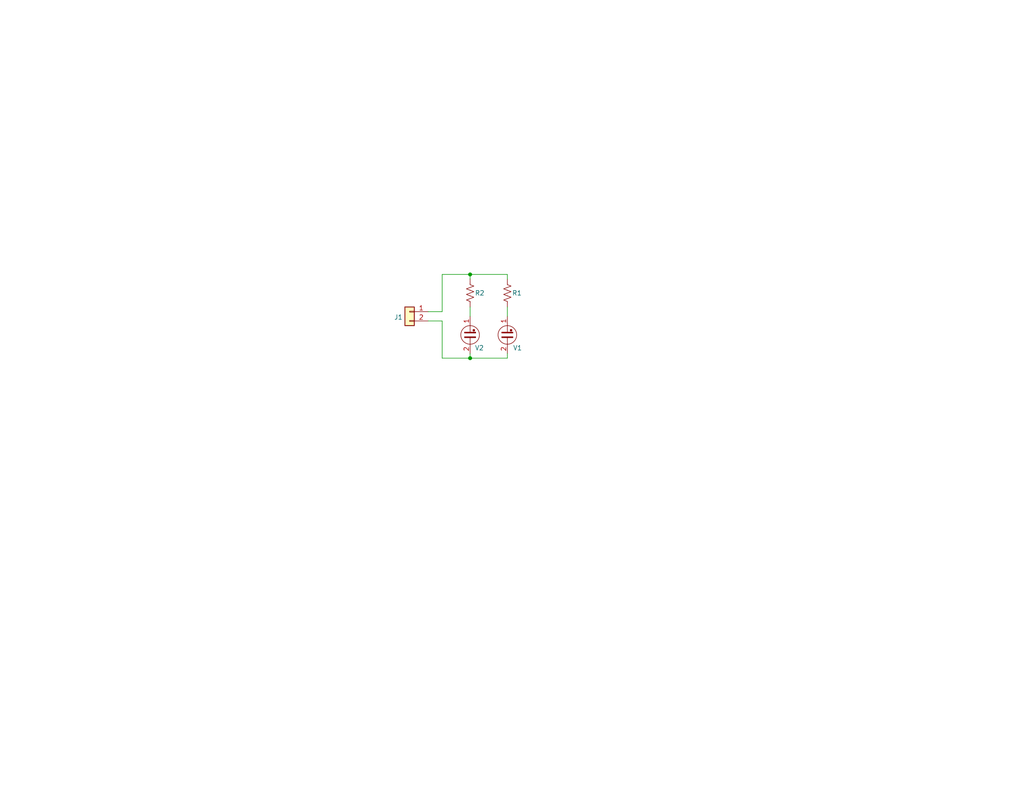
<source format=kicad_sch>
(kicad_sch (version 20231120) (generator "eeschema") (generator_version "8.0")
  (paper "USLetter")
  (lib_symbols
    (symbol "Connector_Generic:Conn_01x02" (pin_names (offset 1.016) hide)
      (property "Reference" "J" (at 0 2.54 0))
      (property "Value" "Conn_01x02" (at 0 -5.08 0))
      (symbol "Conn_01x02_1_1"
        (rectangle (start -1.27 -2.413) (end 0 -2.667) (stroke (width 0.1524)))
        (rectangle (start -1.27 0.127) (end 0 -0.127) (stroke (width 0.1524)))
        (rectangle (start -1.27 1.27) (end 1.27 -3.81) (stroke (width 0.254)) (fill (type background)))
        (pin passive line (at -5.08 0 0) (length 3.81) (name "Pin_1") (number "1"))
        (pin passive line (at -5.08 -2.54 0) (length 3.81) (name "Pin_2") (number "2"))
      )
    )
    (symbol "Device:Lamp_Neon" (pin_names (offset 0.0254) hide)
      (property "Reference" "NE" (at 0.635 3.81 0))
      (property "Value" "Lamp_Neon" (at 0.635 -3.81 0))
      (symbol "Lamp_Neon_0_1"
        (rectangle (start -1.524 -0.508) (end 1.524 -0.762) (fill (type outline)))
        (rectangle (start -1.524 0.762) (end 1.524 0.508) (fill (type outline)))
        (polyline (pts (xy 0 -2.54) (xy 0 -0.762)))
        (polyline (pts (xy 0 0.762) (xy 0 2.54)))
        (circle (center 0 0) (radius 2.54))
        (circle (center 1.016 -1.27) (radius 0.254) (fill (type outline)))
      )
      (symbol "Lamp_Neon_1_1"
        (pin passive line (at 0 -5.08 90) (length 2.54) (name "~") (number "1"))
        (pin passive line (at 0 5.08 270) (length 2.54) (name "~") (number "2"))
      )
    )
    (symbol "Device:R_US" (pin_numbers hide) (pin_names (offset 0))
      (property "Reference" "R" (at 2.54 0 90))
      (property "Value" "R_US" (at -2.54 0 90))
      (symbol "R_US_0_1"
        (polyline (pts (xy 0 -2.286) (xy 0 -2.54)))
        (polyline (pts (xy 0 2.286) (xy 0 2.54)))
        (polyline (pts (xy 0 -0.762) (xy 1.016 -1.143) (xy 0 -1.524) (xy -1.016 -1.905) (xy 0 -2.286)))
        (polyline (pts (xy 0 0.762) (xy 1.016 0.381) (xy 0 0) (xy -1.016 -0.381) (xy 0 -0.762)))
        (polyline (pts (xy 0 2.286) (xy 1.016 1.905) (xy 0 1.524) (xy -1.016 1.143) (xy 0 0.762)))
      )
      (symbol "R_US_1_1"
        (pin passive line (at 0 3.81 270) (length 1.27) (name "~") (number "1"))
        (pin passive line (at 0 -3.81 90) (length 1.27) (name "~") (number "2"))
      )
    )
  )
  (junction (at 128.27 74.93))
  (junction (at 128.27 97.79))
  (wire (pts (xy 128.27 74.93) (xy 138.43 74.93)))
  (wire (pts (xy 128.27 97.79) (xy 138.43 97.79)))
  (wire (pts (xy 128.27 74.93) (xy 128.27 76.2)))
  (wire (pts (xy 128.27 97.79) (xy 128.27 96.52)))
  (wire (pts (xy 120.65 74.93) (xy 120.65 85.09)))
  (wire (pts (xy 138.43 97.79) (xy 138.43 96.52)))
  (wire (pts (xy 116.84 87.63) (xy 120.65 87.63)))
  (wire (pts (xy 120.65 85.09) (xy 116.84 85.09)))
  (wire (pts (xy 138.43 74.93) (xy 138.43 76.2)))
  (wire (pts (xy 120.65 87.63) (xy 120.65 97.79)))
  (wire (pts (xy 138.43 83.82) (xy 138.43 86.36)))
  (wire (pts (xy 120.65 97.79) (xy 128.27 97.79)))
  (wire (pts (xy 128.27 83.82) (xy 128.27 86.36)))
  (wire (pts (xy 120.65 74.93) (xy 128.27 74.93)))
  (symbol (lib_id "Connector_Generic:Conn_01x02") (at 111.76 85.09 0) (mirror y) (unit 1)
    (property "Reference" "J1" (at 108.712 86.614 0))
    (property "Value" "Conn_01x02" (effects (hide yes)))
    (property "Footprint" "Connector_PinHeader_2.54mm:PinHeader_1x02_P2.54mm_Vertical" (effects (hide yes)))
    (property "Description" "Generic connector, single row, 01x02, script generated (kicad-library-utils/schlib/autogen/connector/)" (effects (hide yes)))
  )
  (symbol (lib_id "Device:Lamp_Neon") (at 138.43 91.44 0) (mirror x) (unit 1)
    (property "Reference" "V1" (at 139.954 94.996 0) (effects (justify left)))
    (property "Value" "Lamp_Neon" (effects (hide yes)))
    (property "Footprint" "Nixie:INS-1" (effects (hide yes)))
    (property "Description" "Neon lamp" (effects (hide yes)))
  )
  (symbol (lib_id "Device:R_US") (at 138.43 80.01 180) (unit 1)
    (property "Reference" "R1" (at 139.7 80.01 0) (effects (justify right)))
    (property "Value" "200k" (effects (hide yes)))
    (property "Footprint" "Resistor_SMD:R_1206_3216Metric" (effects (hide yes)))
    (property "Description" "Resistor, US symbol" (effects (hide yes)))
  )
  (symbol (lib_id "Device:Lamp_Neon") (at 128.27 91.44 0) (mirror x) (unit 1)
    (property "Reference" "V2" (at 129.54 94.996 0) (effects (justify left)))
    (property "Value" "Lamp_Neon" (effects (hide yes)))
    (property "Footprint" "Nixie:INS-1" (effects (hide yes)))
    (property "Description" "Neon lamp" (effects (hide yes)))
  )
  (symbol (lib_id "Device:R_US") (at 128.27 80.01 180) (unit 1)
    (property "Reference" "R2" (at 129.54 80.01 0) (effects (justify right)))
    (property "Value" "200k" (effects (hide yes)))
    (property "Footprint" "Resistor_SMD:R_1206_3216Metric" (effects (hide yes)))
    (property "Description" "Resistor, US symbol" (effects (hide yes)))
  )
)
</source>
